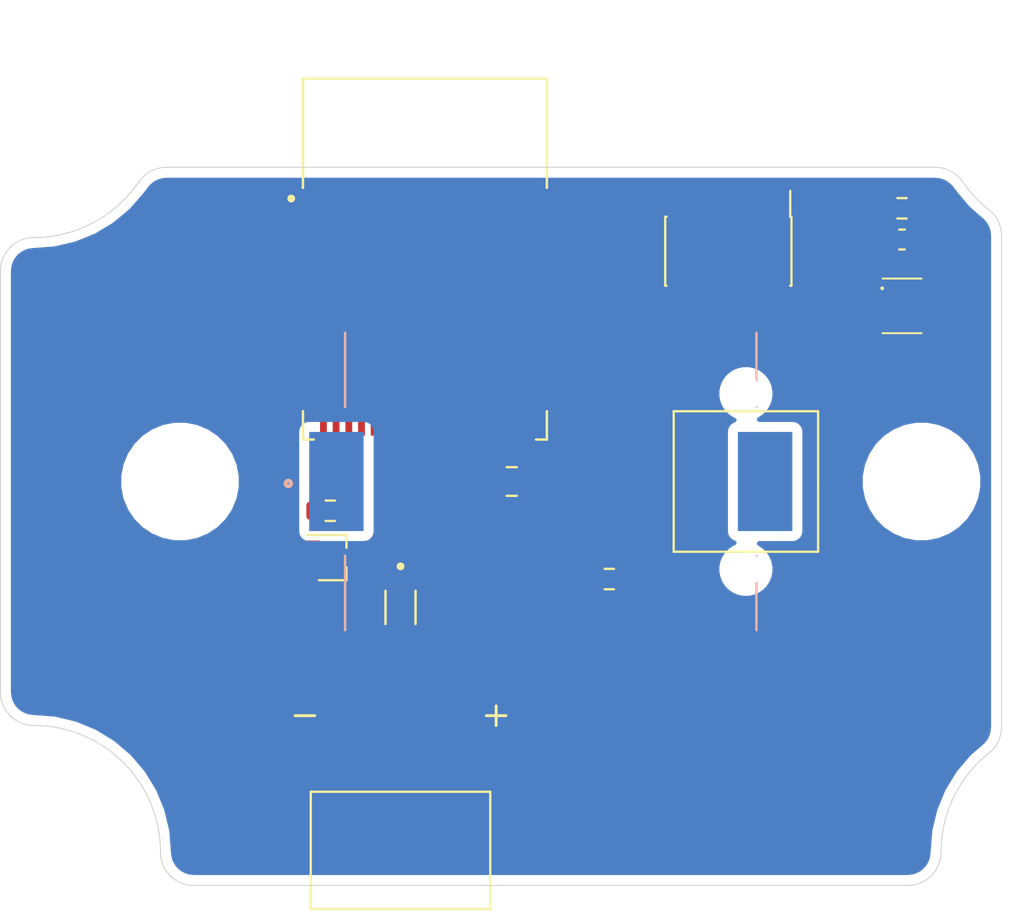
<source format=kicad_pcb>
(kicad_pcb (version 20171130) (host pcbnew 5.1.7-a382d34a8~88~ubuntu18.04.1)

  (general
    (thickness 1.6)
    (drawings 31)
    (tracks 10)
    (zones 0)
    (modules 16)
    (nets 61)
  )

  (page A4)
  (layers
    (0 F.Cu signal)
    (31 B.Cu signal hide)
    (32 B.Adhes user hide)
    (33 F.Adhes user hide)
    (34 B.Paste user hide)
    (35 F.Paste user hide)
    (36 B.SilkS user hide)
    (37 F.SilkS user)
    (38 B.Mask user hide)
    (39 F.Mask user)
    (40 Dwgs.User user hide)
    (41 Cmts.User user hide)
    (42 Eco1.User user hide)
    (43 Eco2.User user hide)
    (44 Edge.Cuts user)
    (45 Margin user)
    (46 B.CrtYd user hide)
    (47 F.CrtYd user)
    (48 B.Fab user hide)
    (49 F.Fab user hide)
  )

  (setup
    (last_trace_width 0.25)
    (user_trace_width 0.5)
    (user_trace_width 1)
    (trace_clearance 0.2)
    (zone_clearance 0.508)
    (zone_45_only no)
    (trace_min 0.2)
    (via_size 0.8)
    (via_drill 0.4)
    (via_min_size 0.4)
    (via_min_drill 0.3)
    (user_via 0.6 0.3)
    (uvia_size 0.3)
    (uvia_drill 0.1)
    (uvias_allowed no)
    (uvia_min_size 0.2)
    (uvia_min_drill 0.1)
    (edge_width 0.05)
    (segment_width 0.2)
    (pcb_text_width 0.3)
    (pcb_text_size 1.5 1.5)
    (mod_edge_width 0.12)
    (mod_text_size 1 1)
    (mod_text_width 0.15)
    (pad_size 1.524 1.524)
    (pad_drill 0.762)
    (pad_to_mask_clearance 0)
    (aux_axis_origin 0 0)
    (grid_origin 58.2 50.7)
    (visible_elements FFFFFF7F)
    (pcbplotparams
      (layerselection 0x010fc_ffffffff)
      (usegerberextensions false)
      (usegerberattributes true)
      (usegerberadvancedattributes true)
      (creategerberjobfile true)
      (excludeedgelayer true)
      (linewidth 0.100000)
      (plotframeref false)
      (viasonmask false)
      (mode 1)
      (useauxorigin false)
      (hpglpennumber 1)
      (hpglpenspeed 20)
      (hpglpendiameter 15.000000)
      (psnegative false)
      (psa4output false)
      (plotreference true)
      (plotvalue true)
      (plotinvisibletext false)
      (padsonsilk false)
      (subtractmaskfromsilk false)
      (outputformat 1)
      (mirror false)
      (drillshape 1)
      (scaleselection 1)
      (outputdirectory ""))
  )

  (net 0 "")
  (net 1 GND)
  (net 2 VDD)
  (net 3 /~RESET)
  (net 4 "Net-(D1-Pad1)")
  (net 5 "Net-(D1-Pad2)")
  (net 6 /RX)
  (net 7 "Net-(J1-Pad7)")
  (net 8 /TX)
  (net 9 /SWCLK)
  (net 10 /SWDIO)
  (net 11 /WATER_PROBE)
  (net 12 /BUZZER)
  (net 13 "Net-(U1-Pad60)")
  (net 14 "Net-(U1-Pad59)")
  (net 15 "Net-(U1-Pad58)")
  (net 16 "Net-(U1-Pad57)")
  (net 17 "Net-(U1-Pad56)")
  (net 18 "Net-(U1-Pad55)")
  (net 19 "Net-(U1-Pad54)")
  (net 20 "Net-(U1-Pad53)")
  (net 21 "Net-(U1-Pad52)")
  (net 22 "Net-(U1-Pad51)")
  (net 23 "Net-(U1-Pad46)")
  (net 24 "Net-(U1-Pad45)")
  (net 25 "Net-(U1-Pad44)")
  (net 26 "Net-(U1-Pad43)")
  (net 27 "Net-(U1-Pad42)")
  (net 28 "Net-(U1-Pad41)")
  (net 29 "Net-(U1-Pad40)")
  (net 30 "Net-(U1-Pad39)")
  (net 31 "Net-(U1-Pad38)")
  (net 32 "Net-(U1-Pad37)")
  (net 33 "Net-(U1-Pad36)")
  (net 34 "Net-(U1-Pad35)")
  (net 35 "Net-(U1-Pad33)")
  (net 36 "Net-(U1-Pad30)")
  (net 37 "Net-(U1-Pad29)")
  (net 38 "Net-(U1-Pad27)")
  (net 39 "Net-(U1-Pad26)")
  (net 40 "Net-(U1-Pad25)")
  (net 41 "Net-(U1-Pad24)")
  (net 42 "Net-(U1-Pad23)")
  (net 43 "Net-(U1-Pad22)")
  (net 44 "Net-(U1-Pad21)")
  (net 45 "Net-(U1-Pad19)")
  (net 46 "Net-(U1-Pad17)")
  (net 47 "Net-(U1-Pad16)")
  (net 48 "Net-(U1-Pad15)")
  (net 49 "Net-(U1-Pad14)")
  (net 50 "Net-(U1-Pad13)")
  (net 51 "Net-(U1-Pad12)")
  (net 52 "Net-(U1-Pad11)")
  (net 53 "Net-(U1-Pad10)")
  (net 54 "Net-(U1-Pad8)")
  (net 55 "Net-(U1-Pad7)")
  (net 56 "Net-(U1-Pad6)")
  (net 57 "Net-(U1-Pad5)")
  (net 58 "Net-(U1-Pad4)")
  (net 59 "Net-(U1-Pad3)")
  (net 60 "Net-(U1-Pad2)")

  (net_class Default "This is the default net class."
    (clearance 0.2)
    (trace_width 0.25)
    (via_dia 0.8)
    (via_drill 0.4)
    (uvia_dia 0.3)
    (uvia_drill 0.1)
    (add_net /BUZZER)
    (add_net /RX)
    (add_net /SWCLK)
    (add_net /SWDIO)
    (add_net /TX)
    (add_net /WATER_PROBE)
    (add_net /~RESET)
    (add_net GND)
    (add_net "Net-(D1-Pad1)")
    (add_net "Net-(D1-Pad2)")
    (add_net "Net-(J1-Pad7)")
    (add_net "Net-(U1-Pad10)")
    (add_net "Net-(U1-Pad11)")
    (add_net "Net-(U1-Pad12)")
    (add_net "Net-(U1-Pad13)")
    (add_net "Net-(U1-Pad14)")
    (add_net "Net-(U1-Pad15)")
    (add_net "Net-(U1-Pad16)")
    (add_net "Net-(U1-Pad17)")
    (add_net "Net-(U1-Pad19)")
    (add_net "Net-(U1-Pad2)")
    (add_net "Net-(U1-Pad21)")
    (add_net "Net-(U1-Pad22)")
    (add_net "Net-(U1-Pad23)")
    (add_net "Net-(U1-Pad24)")
    (add_net "Net-(U1-Pad25)")
    (add_net "Net-(U1-Pad26)")
    (add_net "Net-(U1-Pad27)")
    (add_net "Net-(U1-Pad29)")
    (add_net "Net-(U1-Pad3)")
    (add_net "Net-(U1-Pad30)")
    (add_net "Net-(U1-Pad33)")
    (add_net "Net-(U1-Pad35)")
    (add_net "Net-(U1-Pad36)")
    (add_net "Net-(U1-Pad37)")
    (add_net "Net-(U1-Pad38)")
    (add_net "Net-(U1-Pad39)")
    (add_net "Net-(U1-Pad4)")
    (add_net "Net-(U1-Pad40)")
    (add_net "Net-(U1-Pad41)")
    (add_net "Net-(U1-Pad42)")
    (add_net "Net-(U1-Pad43)")
    (add_net "Net-(U1-Pad44)")
    (add_net "Net-(U1-Pad45)")
    (add_net "Net-(U1-Pad46)")
    (add_net "Net-(U1-Pad5)")
    (add_net "Net-(U1-Pad51)")
    (add_net "Net-(U1-Pad52)")
    (add_net "Net-(U1-Pad53)")
    (add_net "Net-(U1-Pad54)")
    (add_net "Net-(U1-Pad55)")
    (add_net "Net-(U1-Pad56)")
    (add_net "Net-(U1-Pad57)")
    (add_net "Net-(U1-Pad58)")
    (add_net "Net-(U1-Pad59)")
    (add_net "Net-(U1-Pad6)")
    (add_net "Net-(U1-Pad60)")
    (add_net "Net-(U1-Pad7)")
    (add_net "Net-(U1-Pad8)")
    (add_net VDD)
  )

  (module BK-912:MPD_BK-912-TR (layer B.Cu) (tedit 63758080) (tstamp 63758B34)
    (at 58.2 50.7)
    (path /6407499C)
    (fp_text reference BT1 (at -8.725 10.135) (layer B.Fab)
      (effects (font (size 1 1) (thickness 0.15)) (justify mirror))
    )
    (fp_text value BK-912-TR (at -3.745 -10.065) (layer B.Fab)
      (effects (font (size 1 1) (thickness 0.15)) (justify mirror))
    )
    (fp_line (start -10.54 3.81) (end -10.54 7.62) (layer B.SilkS) (width 0.127))
    (fp_line (start -10.54 7.62) (end 10.54 7.62) (layer B.Fab) (width 0.127))
    (fp_line (start 10.54 7.62) (end 10.54 3.81) (layer B.SilkS) (width 0.127))
    (fp_line (start 10.54 7.62) (end 10.54 -7.62) (layer B.Fab) (width 0.127))
    (fp_line (start 10.54 -3.81) (end 10.54 -7.62) (layer B.SilkS) (width 0.127))
    (fp_line (start 10.54 -7.62) (end -10.54 -7.62) (layer B.Fab) (width 0.127))
    (fp_line (start -10.54 -7.62) (end -10.54 -3.81) (layer B.SilkS) (width 0.127))
    (fp_line (start -10.54 -7.62) (end -10.54 7.62) (layer B.Fab) (width 0.127))
    (fp_line (start -11.25 9.14) (end 11.25 9.14) (layer B.CrtYd) (width 0.05))
    (fp_line (start 11.25 9.14) (end 11.25 2.8) (layer B.CrtYd) (width 0.05))
    (fp_line (start 11.25 2.8) (end 12.625 2.8) (layer B.CrtYd) (width 0.05))
    (fp_line (start 12.625 2.8) (end 12.625 -2.8) (layer B.CrtYd) (width 0.05))
    (fp_line (start 12.625 -2.8) (end 11.25 -2.8) (layer B.CrtYd) (width 0.05))
    (fp_line (start 11.25 -2.8) (end 11.25 -9.14) (layer B.CrtYd) (width 0.05))
    (fp_line (start 11.25 -9.14) (end -11.25 -9.14) (layer B.CrtYd) (width 0.05))
    (fp_line (start -11.25 -9.14) (end -11.25 -2.8) (layer B.CrtYd) (width 0.05))
    (fp_line (start -11.25 -2.8) (end -12.625 -2.8) (layer B.CrtYd) (width 0.05))
    (fp_line (start -12.625 -2.8) (end -12.625 2.8) (layer B.CrtYd) (width 0.05))
    (fp_line (start -12.625 2.8) (end -11.25 2.8) (layer B.CrtYd) (width 0.05))
    (fp_line (start -11.25 2.8) (end -11.25 9.14) (layer B.CrtYd) (width 0.05))
    (fp_circle (center -13.45 0.1) (end -13.308581 0.1) (layer B.SilkS) (width 0.2))
    (fp_circle (center -13.45 0.1) (end -13.308581 0.1) (layer B.Fab) (width 0.2))
    (pad 2 smd circle (at 0 0) (size 17.78 17.78) (layers B.Cu B.Paste B.Mask)
      (net 1 GND))
    (pad 1 smd rect (at 10.985 0) (size 2.79 5.08) (layers B.Cu B.Paste B.Mask)
      (net 2 VDD))
    (pad 1 smd rect (at -10.985 0) (size 2.79 5.08) (layers B.Cu B.Paste B.Mask)
      (net 2 VDD))
    (model ${KIPRJMOD}/kicad-library/BK-912/BK-912-TR.step
      (offset (xyz 0 0 4.3))
      (scale (xyz 1 1 1))
      (rotate (xyz -90 0 0))
    )
  )

  (module PKM13EPYH4000-A0:SPKR_PKM13EPYH4000-A0_SMD (layer F.Cu) (tedit 6371ADDC) (tstamp 6374553D)
    (at 50.5 62.7)
    (path /6372EE2A)
    (fp_text reference LS1 (at 0 -4.2) (layer F.Fab)
      (effects (font (size 1 1) (thickness 0.15)))
    )
    (fp_text value PKM13EPYH4000-A0 (at 10.005 7.755) (layer F.Fab)
      (effects (font (size 1 1) (thickness 0.15)))
    )
    (fp_text user + (at 4.9 -0.1) (layer F.SilkS)
      (effects (font (size 1.32 1.32) (thickness 0.15)))
    )
    (fp_text user + (at 4.9 -0.1) (layer F.Fab)
      (effects (font (size 1.32 1.32) (thickness 0.15)))
    )
    (fp_text user - (at -4.9 -0.1) (layer F.SilkS)
      (effects (font (size 1.32 1.32) (thickness 0.15)))
    )
    (fp_line (start -4.6 3.9) (end 4.6 3.9) (layer F.SilkS) (width 0.12))
    (fp_line (start 4.6 9.9) (end -4.6 9.9) (layer F.SilkS) (width 0.12))
    (fp_line (start -4.6 3.9) (end -4.6 9.9) (layer F.SilkS) (width 0.12))
    (fp_line (start 4.6 3.9) (end 4.6 9.9) (layer F.SilkS) (width 0.12))
    (fp_line (start -4.6 3.9) (end 4.6 3.9) (layer F.Fab) (width 0.12))
    (fp_line (start 4.6 3.9) (end 4.6 9.9) (layer F.Fab) (width 0.12))
    (fp_line (start 4.6 9.9) (end -4.6 9.9) (layer F.Fab) (width 0.12))
    (fp_line (start -4.6 9.9) (end -4.6 3.9) (layer F.Fab) (width 0.12))
    (fp_line (start -4.9 3.6) (end 4.9 3.6) (layer F.CrtYd) (width 0.05))
    (fp_line (start 4.9 3.6) (end 4.9 10.2) (layer F.CrtYd) (width 0.05))
    (fp_line (start 4.9 10.2) (end -4.9 10.2) (layer F.CrtYd) (width 0.05))
    (fp_line (start -4.9 10.2) (end -4.9 3.6) (layer F.CrtYd) (width 0.05))
    (pad P smd roundrect (at 2.5 0) (size 2.5 5) (layers F.Cu F.Paste F.Mask) (roundrect_rratio 0.25)
      (net 2 VDD))
    (pad N smd roundrect (at -2.5 0) (size 2.5 5) (layers F.Cu F.Paste F.Mask) (roundrect_rratio 0.25)
      (net 5 "Net-(D1-Pad2)"))
    (model ${KIPRJMOD}/kicad-library/PKM13EPYH4000-A0/PKM13EPYH4000-A0.step
      (offset (xyz 0 -3 4.3))
      (scale (xyz 1 1 1))
      (rotate (xyz -180 0 0))
    )
  )

  (module MS88SF3_NRF52840:MODULE_MS88SF3_NRF52840 (layer F.Cu) (tedit 63075DCD) (tstamp 63744E11)
    (at 51.75 39.3)
    (path /632BAEEC)
    (fp_text reference U1 (at -3.325 10.635) (layer F.Fab)
      (effects (font (size 1 1) (thickness 0.15)))
    )
    (fp_text value MS88SF3_NRF52840 (at 7.855 12.385) (layer F.Fab)
      (effects (font (size 1 1) (thickness 0.15)))
    )
    (fp_line (start 10.25 -4.7) (end 6.5 -4.7) (layer F.CrtYd) (width 0.05))
    (fp_line (start 10.25 -13.25) (end 10.25 -4.7) (layer F.CrtYd) (width 0.05))
    (fp_line (start -10.25 -13.25) (end 10.25 -13.25) (layer F.CrtYd) (width 0.05))
    (fp_line (start -10.25 -4.7) (end -10.25 -13.25) (layer F.CrtYd) (width 0.05))
    (fp_line (start -6.5 -4.7) (end -10.25 -4.7) (layer F.CrtYd) (width 0.05))
    (fp_circle (center -6.85 -3.1) (end -6.75 -3.1) (layer F.Fab) (width 0.2))
    (fp_circle (center -6.85 -3.1) (end -6.75 -3.1) (layer F.SilkS) (width 0.2))
    (fp_line (start 6.5 9.5) (end 6.5 -4.7) (layer F.CrtYd) (width 0.05))
    (fp_line (start -6.5 9.5) (end 6.5 9.5) (layer F.CrtYd) (width 0.05))
    (fp_line (start -6.5 -4.7) (end -6.5 9.5) (layer F.CrtYd) (width 0.05))
    (fp_line (start -6.25 -9.25) (end 6.25 -9.25) (layer F.SilkS) (width 0.127))
    (fp_line (start -6.25 9.25) (end -6.25 7.8) (layer F.SilkS) (width 0.127))
    (fp_line (start -6.25 -3.65) (end -6.25 -9.25) (layer F.SilkS) (width 0.127))
    (fp_line (start 6.25 9.25) (end 5.695 9.25) (layer F.SilkS) (width 0.127))
    (fp_line (start -5.695 9.25) (end -6.25 9.25) (layer F.SilkS) (width 0.127))
    (fp_line (start 6.25 9.25) (end 6.25 7.8) (layer F.SilkS) (width 0.127))
    (fp_line (start 6.25 -9.25) (end 6.25 -3.65) (layer F.SilkS) (width 0.127))
    (fp_line (start -6.25 -4.7) (end -6.25 -9.25) (layer F.Fab) (width 0.127))
    (fp_poly (pts (xy -6.25 -9.25) (xy 6.25 -9.25) (xy 6.25 -4.7) (xy -6.25 -4.7)) (layer Dwgs.User) (width 0.01))
    (fp_poly (pts (xy -6.25 -9.25) (xy 6.25 -9.25) (xy 6.25 -4.7) (xy -6.25 -4.7)) (layer Dwgs.User) (width 0.01))
    (fp_poly (pts (xy -6.25 -9.25) (xy 6.25 -9.25) (xy 6.25 -4.7) (xy -6.25 -4.7)) (layer Dwgs.User) (width 0.01))
    (fp_line (start -6.25 9.25) (end -6.25 -4.7) (layer F.Fab) (width 0.127))
    (fp_line (start 6.25 9.25) (end -6.25 9.25) (layer F.Fab) (width 0.127))
    (fp_line (start 6.25 -4.7) (end 6.25 9.25) (layer F.Fab) (width 0.127))
    (fp_line (start 6.25 -9.25) (end 6.25 -4.7) (layer F.Fab) (width 0.127))
    (fp_line (start -6.25 -9.25) (end 6.25 -9.25) (layer F.Fab) (width 0.127))
    (pad 63 smd rect (at -1.55 3.25) (size 1.3 1.8) (layers F.Cu F.Paste F.Mask)
      (net 1 GND))
    (pad 62 smd rect (at 1.25 3.25) (size 1.3 1.8) (layers F.Cu F.Paste F.Mask)
      (net 1 GND))
    (pad 61 smd rect (at 1.25 0.4) (size 1.3 1.8) (layers F.Cu F.Paste F.Mask)
      (net 1 GND))
    (pad 64 smd rect (at -1.55 0.4) (size 1.3 1.8) (layers F.Cu F.Paste F.Mask)
      (net 1 GND))
    (pad 60 smd rect (at 3.9 0.15) (size 1.1 0.35) (layers F.Cu F.Paste F.Mask)
      (net 13 "Net-(U1-Pad60)"))
    (pad 59 smd rect (at 3.9 -0.5) (size 1.1 0.35) (layers F.Cu F.Paste F.Mask)
      (net 14 "Net-(U1-Pad59)"))
    (pad 58 smd rect (at 3.9 -1.15) (size 1.1 0.35) (layers F.Cu F.Paste F.Mask)
      (net 15 "Net-(U1-Pad58)"))
    (pad 57 smd rect (at 3.9 -1.8) (size 1.1 0.35) (layers F.Cu F.Paste F.Mask)
      (net 16 "Net-(U1-Pad57)"))
    (pad 56 smd rect (at 1.95 -3) (size 0.35 1.1) (layers F.Cu F.Paste F.Mask)
      (net 17 "Net-(U1-Pad56)"))
    (pad 55 smd rect (at 2.6 -3) (size 0.35 1.1) (layers F.Cu F.Paste F.Mask)
      (net 18 "Net-(U1-Pad55)"))
    (pad 54 smd rect (at 3.25 -3) (size 0.35 1.1) (layers F.Cu F.Paste F.Mask)
      (net 19 "Net-(U1-Pad54)"))
    (pad 53 smd rect (at 3.9 -3) (size 0.35 1.1) (layers F.Cu F.Paste F.Mask)
      (net 20 "Net-(U1-Pad53)"))
    (pad 52 smd rect (at 4.5 -3) (size 0.35 1.1) (layers F.Cu F.Paste F.Mask)
      (net 21 "Net-(U1-Pad52)"))
    (pad 51 smd rect (at 5.6 -3.1) (size 1.1 0.35) (layers F.Cu F.Paste F.Mask)
      (net 22 "Net-(U1-Pad51)"))
    (pad 50 smd rect (at 5.6 -2.45) (size 1.1 0.35) (layers F.Cu F.Paste F.Mask)
      (net 9 /SWCLK))
    (pad 49 smd rect (at 5.6 -1.8) (size 1.1 0.35) (layers F.Cu F.Paste F.Mask)
      (net 10 /SWDIO))
    (pad 48 smd rect (at 5.6 -1.15) (size 1.1 0.35) (layers F.Cu F.Paste F.Mask)
      (net 6 /RX))
    (pad 47 smd rect (at 5.6 -0.5) (size 1.1 0.35) (layers F.Cu F.Paste F.Mask)
      (net 8 /TX))
    (pad 46 smd rect (at 5.6 0.15) (size 1.1 0.35) (layers F.Cu F.Paste F.Mask)
      (net 23 "Net-(U1-Pad46)"))
    (pad 45 smd rect (at 5.6 0.8) (size 1.1 0.35) (layers F.Cu F.Paste F.Mask)
      (net 24 "Net-(U1-Pad45)"))
    (pad 44 smd rect (at 5.6 1.45) (size 1.1 0.35) (layers F.Cu F.Paste F.Mask)
      (net 25 "Net-(U1-Pad44)"))
    (pad 43 smd rect (at 5.6 2.1) (size 1.1 0.35) (layers F.Cu F.Paste F.Mask)
      (net 26 "Net-(U1-Pad43)"))
    (pad 42 smd rect (at 5.6 2.75) (size 1.1 0.35) (layers F.Cu F.Paste F.Mask)
      (net 27 "Net-(U1-Pad42)"))
    (pad 41 smd rect (at 5.6 3.4) (size 1.1 0.35) (layers F.Cu F.Paste F.Mask)
      (net 28 "Net-(U1-Pad41)"))
    (pad 40 smd rect (at 5.6 4.05) (size 1.1 0.35) (layers F.Cu F.Paste F.Mask)
      (net 29 "Net-(U1-Pad40)"))
    (pad 39 smd rect (at 5.6 4.7) (size 1.1 0.35) (layers F.Cu F.Paste F.Mask)
      (net 30 "Net-(U1-Pad39)"))
    (pad 38 smd rect (at 5.6 5.35) (size 1.1 0.35) (layers F.Cu F.Paste F.Mask)
      (net 31 "Net-(U1-Pad38)"))
    (pad 37 smd rect (at 5.6 6) (size 1.1 0.35) (layers F.Cu F.Paste F.Mask)
      (net 32 "Net-(U1-Pad37)"))
    (pad 36 smd rect (at 5.6 6.65) (size 1.1 0.35) (layers F.Cu F.Paste F.Mask)
      (net 33 "Net-(U1-Pad36)"))
    (pad 35 smd rect (at 5.6 7.3) (size 1.1 0.35) (layers F.Cu F.Paste F.Mask)
      (net 34 "Net-(U1-Pad35)"))
    (pad 34 smd rect (at 5.2 8.5) (size 0.35 1.1) (layers F.Cu F.Paste F.Mask)
      (net 1 GND))
    (pad 33 smd rect (at 4.55 8.5) (size 0.35 1.1) (layers F.Cu F.Paste F.Mask)
      (net 35 "Net-(U1-Pad33)"))
    (pad 32 smd rect (at 3.9 8.5) (size 0.35 1.1) (layers F.Cu F.Paste F.Mask)
      (net 2 VDD))
    (pad 31 smd rect (at 3.25 8.5) (size 0.35 1.1) (layers F.Cu F.Paste F.Mask)
      (net 2 VDD))
    (pad 30 smd rect (at 2.6 8.5) (size 0.35 1.1) (layers F.Cu F.Paste F.Mask)
      (net 36 "Net-(U1-Pad30)"))
    (pad 29 smd rect (at 1.95 8.5) (size 0.35 1.1) (layers F.Cu F.Paste F.Mask)
      (net 37 "Net-(U1-Pad29)"))
    (pad 28 smd rect (at 1.3 8.5) (size 0.35 1.1) (layers F.Cu F.Paste F.Mask)
      (net 3 /~RESET))
    (pad 27 smd rect (at 0.65 8.5) (size 0.35 1.1) (layers F.Cu F.Paste F.Mask)
      (net 38 "Net-(U1-Pad27)"))
    (pad 26 smd rect (at 0 8.5) (size 0.35 1.1) (layers F.Cu F.Paste F.Mask)
      (net 39 "Net-(U1-Pad26)"))
    (pad 25 smd rect (at -0.65 8.5) (size 0.35 1.1) (layers F.Cu F.Paste F.Mask)
      (net 40 "Net-(U1-Pad25)"))
    (pad 24 smd rect (at -1.3 8.5) (size 0.35 1.1) (layers F.Cu F.Paste F.Mask)
      (net 41 "Net-(U1-Pad24)"))
    (pad 23 smd rect (at -1.95 8.5) (size 0.35 1.1) (layers F.Cu F.Paste F.Mask)
      (net 42 "Net-(U1-Pad23)"))
    (pad 22 smd rect (at -2.6 8.5) (size 0.35 1.1) (layers F.Cu F.Paste F.Mask)
      (net 43 "Net-(U1-Pad22)"))
    (pad 21 smd rect (at -3.25 8.5) (size 0.35 1.1) (layers F.Cu F.Paste F.Mask)
      (net 44 "Net-(U1-Pad21)"))
    (pad 20 smd rect (at -3.9 8.5) (size 0.35 1.1) (layers F.Cu F.Paste F.Mask)
      (net 12 /BUZZER))
    (pad 19 smd rect (at -4.55 8.5) (size 0.35 1.1) (layers F.Cu F.Paste F.Mask)
      (net 45 "Net-(U1-Pad19)"))
    (pad 18 smd rect (at -5.2 8.5) (size 0.35 1.1) (layers F.Cu F.Paste F.Mask)
      (net 1 GND))
    (pad 17 smd rect (at -5.6 7.3) (size 1.1 0.35) (layers F.Cu F.Paste F.Mask)
      (net 46 "Net-(U1-Pad17)"))
    (pad 16 smd rect (at -5.6 6.65) (size 1.1 0.35) (layers F.Cu F.Paste F.Mask)
      (net 47 "Net-(U1-Pad16)"))
    (pad 15 smd rect (at -5.6 6) (size 1.1 0.35) (layers F.Cu F.Paste F.Mask)
      (net 48 "Net-(U1-Pad15)"))
    (pad 14 smd rect (at -5.6 5.35) (size 1.1 0.35) (layers F.Cu F.Paste F.Mask)
      (net 49 "Net-(U1-Pad14)"))
    (pad 13 smd rect (at -5.6 4.7) (size 1.1 0.35) (layers F.Cu F.Paste F.Mask)
      (net 50 "Net-(U1-Pad13)"))
    (pad 12 smd rect (at -5.6 4.05) (size 1.1 0.35) (layers F.Cu F.Paste F.Mask)
      (net 51 "Net-(U1-Pad12)"))
    (pad 11 smd rect (at -5.6 3.4) (size 1.1 0.35) (layers F.Cu F.Paste F.Mask)
      (net 52 "Net-(U1-Pad11)"))
    (pad 10 smd rect (at -5.6 2.75) (size 1.1 0.35) (layers F.Cu F.Paste F.Mask)
      (net 53 "Net-(U1-Pad10)"))
    (pad 9 smd rect (at -5.6 2.1) (size 1.1 0.35) (layers F.Cu F.Paste F.Mask)
      (net 11 /WATER_PROBE))
    (pad 8 smd rect (at -5.6 1.45) (size 1.1 0.35) (layers F.Cu F.Paste F.Mask)
      (net 54 "Net-(U1-Pad8)"))
    (pad 7 smd rect (at -5.6 0.8) (size 1.1 0.35) (layers F.Cu F.Paste F.Mask)
      (net 55 "Net-(U1-Pad7)"))
    (pad 6 smd rect (at -5.6 0.15) (size 1.1 0.35) (layers F.Cu F.Paste F.Mask)
      (net 56 "Net-(U1-Pad6)"))
    (pad 5 smd rect (at -5.6 -0.5) (size 1.1 0.35) (layers F.Cu F.Paste F.Mask)
      (net 57 "Net-(U1-Pad5)"))
    (pad 4 smd rect (at -5.6 -1.15) (size 1.1 0.35) (layers F.Cu F.Paste F.Mask)
      (net 58 "Net-(U1-Pad4)"))
    (pad 3 smd rect (at -5.6 -1.8) (size 1.1 0.35) (layers F.Cu F.Paste F.Mask)
      (net 59 "Net-(U1-Pad3)"))
    (pad 2 smd rect (at -5.6 -2.45) (size 1.1 0.35) (layers F.Cu F.Paste F.Mask)
      (net 60 "Net-(U1-Pad2)"))
    (pad 1 smd rect (at -5.6 -3.1) (size 1.1 0.35) (layers F.Cu F.Paste F.Mask)
      (net 1 GND))
    (model ${KIPRJMOD}/kicad-library/MS88SF3_NRF52840/MS88SF3_NRF52840.step
      (at (xyz 0 0 0))
      (scale (xyz 1 1 1))
      (rotate (xyz -90 0 0))
    )
  )

  (module 435151014824:435151014824 (layer F.Cu) (tedit 6306B8AF) (tstamp 63744DB3)
    (at 76.2 41.7)
    (descr "<b>WS-TASV</b><br> SMT Tact Switch 3.0 x 2.6 mm with ground terminal")
    (path /63271893)
    (fp_text reference S1 (at -0.1 -2.2048) (layer F.Fab)
      (effects (font (size 1 1) (thickness 0.15)))
    )
    (fp_text value 435151014824 (at 0 2.54) (layer F.Fab)
      (effects (font (size 1 1) (thickness 0.15)))
    )
    (fp_line (start -1.5 -1.3) (end 1.5 -1.3) (layer F.Fab) (width 0.1))
    (fp_line (start 1.5 -1.3) (end 1.5 1.3) (layer F.Fab) (width 0.1))
    (fp_line (start 1.5 1.3) (end -1.5 1.3) (layer F.Fab) (width 0.1))
    (fp_line (start -1.5 1.3) (end -1.5 -1.3) (layer F.Fab) (width 0.1))
    (fp_line (start -1 -1.4) (end 1 -1.4) (layer F.SilkS) (width 0.1))
    (fp_line (start -1 1.4) (end 1 1.4) (layer F.SilkS) (width 0.1))
    (fp_circle (center -1.016 -0.9) (end -0.966 -0.9) (layer F.SilkS) (width 0.1))
    (pad 1 smd rect (at -1.575 -0.85) (size 0.65 0.6) (layers F.Cu F.Paste F.Mask)
      (net 3 /~RESET))
    (pad 2 smd rect (at 1.575 -0.85) (size 0.65 0.6) (layers F.Cu F.Paste F.Mask)
      (net 3 /~RESET))
    (pad 3 smd rect (at -1.575 0.85) (size 0.65 0.6) (layers F.Cu F.Paste F.Mask)
      (net 1 GND))
    (pad 4 smd rect (at 1.575 0.85) (size 0.65 0.6) (layers F.Cu F.Paste F.Mask)
      (net 1 GND))
    (pad 5 smd rect (at -1.725 0) (size 0.35 0.7) (layers F.Cu F.Paste F.Mask)
      (net 1 GND))
    (pad 6 smd rect (at 1.725 0) (size 0.35 0.7) (layers F.Cu F.Paste F.Mask)
      (net 1 GND))
  )

  (module Resistor_SMD:R_0603_1608Metric (layer F.Cu) (tedit 5F68FEEE) (tstamp 63744DA2)
    (at 61.2 55.7)
    (descr "Resistor SMD 0603 (1608 Metric), square (rectangular) end terminal, IPC_7351 nominal, (Body size source: IPC-SM-782 page 72, https://www.pcb-3d.com/wordpress/wp-content/uploads/ipc-sm-782a_amendment_1_and_2.pdf), generated with kicad-footprint-generator")
    (tags resistor)
    (path /63F7A9F2)
    (attr smd)
    (fp_text reference R3 (at 0 -1.43) (layer F.SilkS) hide
      (effects (font (size 1 1) (thickness 0.15)))
    )
    (fp_text value 10k (at 0 1.43) (layer F.Fab)
      (effects (font (size 1 1) (thickness 0.15)))
    )
    (fp_text user %R (at 0 0) (layer F.Fab)
      (effects (font (size 0.4 0.4) (thickness 0.06)))
    )
    (fp_line (start -0.8 0.4125) (end -0.8 -0.4125) (layer F.Fab) (width 0.1))
    (fp_line (start -0.8 -0.4125) (end 0.8 -0.4125) (layer F.Fab) (width 0.1))
    (fp_line (start 0.8 -0.4125) (end 0.8 0.4125) (layer F.Fab) (width 0.1))
    (fp_line (start 0.8 0.4125) (end -0.8 0.4125) (layer F.Fab) (width 0.1))
    (fp_line (start -0.237258 -0.5225) (end 0.237258 -0.5225) (layer F.SilkS) (width 0.12))
    (fp_line (start -0.237258 0.5225) (end 0.237258 0.5225) (layer F.SilkS) (width 0.12))
    (fp_line (start -1.48 0.73) (end -1.48 -0.73) (layer F.CrtYd) (width 0.05))
    (fp_line (start -1.48 -0.73) (end 1.48 -0.73) (layer F.CrtYd) (width 0.05))
    (fp_line (start 1.48 -0.73) (end 1.48 0.73) (layer F.CrtYd) (width 0.05))
    (fp_line (start 1.48 0.73) (end -1.48 0.73) (layer F.CrtYd) (width 0.05))
    (pad 2 smd roundrect (at 0.825 0) (size 0.8 0.95) (layers F.Cu F.Paste F.Mask) (roundrect_rratio 0.25)
      (net 11 /WATER_PROBE))
    (pad 1 smd roundrect (at -0.825 0) (size 0.8 0.95) (layers F.Cu F.Paste F.Mask) (roundrect_rratio 0.25)
      (net 2 VDD))
    (model ${KISYS3DMOD}/Resistor_SMD.3dshapes/R_0603_1608Metric.wrl
      (at (xyz 0 0 0))
      (scale (xyz 1 1 1))
      (rotate (xyz 0 0 0))
    )
  )

  (module Resistor_SMD:R_0603_1608Metric (layer F.Cu) (tedit 5F68FEEE) (tstamp 637593B7)
    (at 46.9 52.2)
    (descr "Resistor SMD 0603 (1608 Metric), square (rectangular) end terminal, IPC_7351 nominal, (Body size source: IPC-SM-782 page 72, https://www.pcb-3d.com/wordpress/wp-content/uploads/ipc-sm-782a_amendment_1_and_2.pdf), generated with kicad-footprint-generator")
    (tags resistor)
    (path /6388DC50)
    (attr smd)
    (fp_text reference R2 (at 0 -1.43) (layer F.SilkS) hide
      (effects (font (size 1 1) (thickness 0.15)))
    )
    (fp_text value 10k (at 0 1.43) (layer F.Fab)
      (effects (font (size 1 1) (thickness 0.15)))
    )
    (fp_text user %R (at 0 0) (layer F.Fab)
      (effects (font (size 0.4 0.4) (thickness 0.06)))
    )
    (fp_line (start -0.8 0.4125) (end -0.8 -0.4125) (layer F.Fab) (width 0.1))
    (fp_line (start -0.8 -0.4125) (end 0.8 -0.4125) (layer F.Fab) (width 0.1))
    (fp_line (start 0.8 -0.4125) (end 0.8 0.4125) (layer F.Fab) (width 0.1))
    (fp_line (start 0.8 0.4125) (end -0.8 0.4125) (layer F.Fab) (width 0.1))
    (fp_line (start -0.237258 -0.5225) (end 0.237258 -0.5225) (layer F.SilkS) (width 0.12))
    (fp_line (start -0.237258 0.5225) (end 0.237258 0.5225) (layer F.SilkS) (width 0.12))
    (fp_line (start -1.48 0.73) (end -1.48 -0.73) (layer F.CrtYd) (width 0.05))
    (fp_line (start -1.48 -0.73) (end 1.48 -0.73) (layer F.CrtYd) (width 0.05))
    (fp_line (start 1.48 -0.73) (end 1.48 0.73) (layer F.CrtYd) (width 0.05))
    (fp_line (start 1.48 0.73) (end -1.48 0.73) (layer F.CrtYd) (width 0.05))
    (pad 2 smd roundrect (at 0.825 0) (size 0.8 0.95) (layers F.Cu F.Paste F.Mask) (roundrect_rratio 0.25)
      (net 1 GND))
    (pad 1 smd roundrect (at -0.825 0) (size 0.8 0.95) (layers F.Cu F.Paste F.Mask) (roundrect_rratio 0.25)
      (net 12 /BUZZER))
    (model ${KISYS3DMOD}/Resistor_SMD.3dshapes/R_0603_1608Metric.wrl
      (at (xyz 0 0 0))
      (scale (xyz 1 1 1))
      (rotate (xyz 0 0 0))
    )
  )

  (module Resistor_SMD:R_0603_1608Metric (layer F.Cu) (tedit 5F68FEEE) (tstamp 63744D80)
    (at 76.2 36.7)
    (descr "Resistor SMD 0603 (1608 Metric), square (rectangular) end terminal, IPC_7351 nominal, (Body size source: IPC-SM-782 page 72, https://www.pcb-3d.com/wordpress/wp-content/uploads/ipc-sm-782a_amendment_1_and_2.pdf), generated with kicad-footprint-generator")
    (tags resistor)
    (path /630544FE)
    (attr smd)
    (fp_text reference R1 (at 0 -1.43) (layer F.SilkS) hide
      (effects (font (size 1 1) (thickness 0.15)))
    )
    (fp_text value 10k (at 0 1.43) (layer F.Fab)
      (effects (font (size 1 1) (thickness 0.15)))
    )
    (fp_text user %R (at 0 0) (layer F.Fab)
      (effects (font (size 0.4 0.4) (thickness 0.06)))
    )
    (fp_line (start -0.8 0.4125) (end -0.8 -0.4125) (layer F.Fab) (width 0.1))
    (fp_line (start -0.8 -0.4125) (end 0.8 -0.4125) (layer F.Fab) (width 0.1))
    (fp_line (start 0.8 -0.4125) (end 0.8 0.4125) (layer F.Fab) (width 0.1))
    (fp_line (start 0.8 0.4125) (end -0.8 0.4125) (layer F.Fab) (width 0.1))
    (fp_line (start -0.237258 -0.5225) (end 0.237258 -0.5225) (layer F.SilkS) (width 0.12))
    (fp_line (start -0.237258 0.5225) (end 0.237258 0.5225) (layer F.SilkS) (width 0.12))
    (fp_line (start -1.48 0.73) (end -1.48 -0.73) (layer F.CrtYd) (width 0.05))
    (fp_line (start -1.48 -0.73) (end 1.48 -0.73) (layer F.CrtYd) (width 0.05))
    (fp_line (start 1.48 -0.73) (end 1.48 0.73) (layer F.CrtYd) (width 0.05))
    (fp_line (start 1.48 0.73) (end -1.48 0.73) (layer F.CrtYd) (width 0.05))
    (pad 2 smd roundrect (at 0.825 0) (size 0.8 0.95) (layers F.Cu F.Paste F.Mask) (roundrect_rratio 0.25)
      (net 3 /~RESET))
    (pad 1 smd roundrect (at -0.825 0) (size 0.8 0.95) (layers F.Cu F.Paste F.Mask) (roundrect_rratio 0.25)
      (net 2 VDD))
    (model ${KISYS3DMOD}/Resistor_SMD.3dshapes/R_0603_1608Metric.wrl
      (at (xyz 0 0 0))
      (scale (xyz 1 1 1))
      (rotate (xyz 0 0 0))
    )
  )

  (module Package_TO_SOT_SMD:SOT-323_SC-70 (layer F.Cu) (tedit 5A02FF57) (tstamp 63744D6F)
    (at 47 54.6)
    (descr "SOT-323, SC-70")
    (tags "SOT-323 SC-70")
    (path /6387FC80)
    (attr smd)
    (fp_text reference Q1 (at -0.05 -1.95) (layer F.SilkS) hide
      (effects (font (size 1 1) (thickness 0.15)))
    )
    (fp_text value Q_NMOS_GSD (at -0.05 2.05) (layer F.Fab)
      (effects (font (size 1 1) (thickness 0.15)))
    )
    (fp_text user %R (at 0 0 90) (layer F.Fab)
      (effects (font (size 0.5 0.5) (thickness 0.075)))
    )
    (fp_line (start 0.73 0.5) (end 0.73 1.16) (layer F.SilkS) (width 0.12))
    (fp_line (start 0.73 -1.16) (end 0.73 -0.5) (layer F.SilkS) (width 0.12))
    (fp_line (start 1.7 1.3) (end -1.7 1.3) (layer F.CrtYd) (width 0.05))
    (fp_line (start 1.7 -1.3) (end 1.7 1.3) (layer F.CrtYd) (width 0.05))
    (fp_line (start -1.7 -1.3) (end 1.7 -1.3) (layer F.CrtYd) (width 0.05))
    (fp_line (start -1.7 1.3) (end -1.7 -1.3) (layer F.CrtYd) (width 0.05))
    (fp_line (start 0.73 -1.16) (end -1.3 -1.16) (layer F.SilkS) (width 0.12))
    (fp_line (start -0.68 1.16) (end 0.73 1.16) (layer F.SilkS) (width 0.12))
    (fp_line (start 0.67 -1.1) (end -0.18 -1.1) (layer F.Fab) (width 0.1))
    (fp_line (start -0.68 -0.6) (end -0.68 1.1) (layer F.Fab) (width 0.1))
    (fp_line (start 0.67 -1.1) (end 0.67 1.1) (layer F.Fab) (width 0.1))
    (fp_line (start 0.67 1.1) (end -0.68 1.1) (layer F.Fab) (width 0.1))
    (fp_line (start -0.18 -1.1) (end -0.68 -0.6) (layer F.Fab) (width 0.1))
    (pad 3 smd rect (at 1 0 270) (size 0.45 0.7) (layers F.Cu F.Paste F.Mask)
      (net 4 "Net-(D1-Pad1)"))
    (pad 2 smd rect (at -1 0.65 270) (size 0.45 0.7) (layers F.Cu F.Paste F.Mask)
      (net 1 GND))
    (pad 1 smd rect (at -1 -0.65 270) (size 0.45 0.7) (layers F.Cu F.Paste F.Mask)
      (net 12 /BUZZER))
    (model ${KISYS3DMOD}/Package_TO_SOT_SMD.3dshapes/SOT-323_SC-70.wrl
      (at (xyz 0 0 0))
      (scale (xyz 1 1 1))
      (rotate (xyz 0 0 0))
    )
  )

  (module 22R686MC:INDP7870X750 (layer F.Cu) (tedit 637012A8) (tstamp 63744D4D)
    (at 63.2 64.7)
    (path /638880E9)
    (fp_text reference L1 (at -1.970568 -5.413461) (layer F.Fab)
      (effects (font (size 0.640835 0.640835) (thickness 0.15)))
    )
    (fp_text value L (at 0.878468 5.604219) (layer F.Fab)
      (effects (font (size 0.641215 0.641215) (thickness 0.15)))
    )
    (pad 1 smd roundrect (at 0 -2.55) (size 7.5 2.9) (layers F.Cu F.Paste F.Mask) (roundrect_rratio 0.25)
      (net 5 "Net-(D1-Pad2)"))
    (pad 2 smd roundrect (at 0 2.55 180) (size 7.5 2.9) (layers F.Cu F.Paste F.Mask) (roundrect_rratio 0.25)
      (net 2 VDD))
    (model ${KIPRJMOD}/kicad-library/22R686MC/22R686MC.step
      (at (xyz 0 0 0))
      (scale (xyz 1 1 1))
      (rotate (xyz -90 0 0))
    )
  )

  (module TZ022101B000G:TZ022101B000G (layer F.Cu) (tedit 6363046F) (tstamp 63758EF6)
    (at 68.2 50.7 90)
    (path /637340AC)
    (fp_text reference J2 (at 0 5.85 90) (layer F.Fab)
      (effects (font (size 1 1) (thickness 0.15)))
    )
    (fp_text value "Water Probe" (at 0 4.85 90) (layer F.Fab)
      (effects (font (size 1 1) (thickness 0.15)))
    )
    (fp_line (start 0 3.7) (end -3.6 3.7) (layer F.SilkS) (width 0.12))
    (fp_line (start -3.6 3.7) (end -3.6 -3.7) (layer F.SilkS) (width 0.12))
    (fp_line (start -3.6 -3.7) (end 3.6 -3.7) (layer F.SilkS) (width 0.12))
    (fp_line (start 3.6 -3.7) (end 3.6 3.7) (layer F.SilkS) (width 0.12))
    (fp_line (start 3.6 3.7) (end 0 3.7) (layer F.SilkS) (width 0.12))
    (pad 2 smd rect (at 1.75 -4.95 90) (size 1.4 5.1) (layers F.Cu F.Paste F.Mask)
      (net 1 GND))
    (pad 1 smd rect (at -1.75 -4.95 90) (size 1.4 5.1) (layers F.Cu F.Paste F.Mask)
      (net 11 /WATER_PROBE))
    (pad "" np_thru_hole circle (at 4.5 0 90) (size 1.7 1.7) (drill 1.7) (layers *.Cu *.Mask))
    (pad "" np_thru_hole circle (at -4.5 0 90) (size 1.7 1.7) (drill 1.7) (layers *.Cu *.Mask))
  )

  (module Connector_PinHeader_1.27mm:PinHeader_2x05_P1.27mm_Vertical_SMD (layer F.Cu) (tedit 59FED6E3) (tstamp 63744D3A)
    (at 67.3 38.9 270)
    (descr "surface-mounted straight pin header, 2x05, 1.27mm pitch, double rows")
    (tags "Surface mounted pin header SMD 2x05 1.27mm double row")
    (path /63072B34)
    (attr smd)
    (fp_text reference J1 (at 0 -4.235 90) (layer F.Fab)
      (effects (font (size 1 1) (thickness 0.15)))
    )
    (fp_text value Conn_02x05_Odd_Even (at 0 4.235 90) (layer F.Fab)
      (effects (font (size 1 1) (thickness 0.15)))
    )
    (fp_text user %R (at 0 0) (layer F.Fab)
      (effects (font (size 1 1) (thickness 0.15)))
    )
    (fp_line (start 1.705 3.175) (end -1.705 3.175) (layer F.Fab) (width 0.1))
    (fp_line (start -1.27 -3.175) (end 1.705 -3.175) (layer F.Fab) (width 0.1))
    (fp_line (start -1.705 3.175) (end -1.705 -2.74) (layer F.Fab) (width 0.1))
    (fp_line (start -1.705 -2.74) (end -1.27 -3.175) (layer F.Fab) (width 0.1))
    (fp_line (start 1.705 -3.175) (end 1.705 3.175) (layer F.Fab) (width 0.1))
    (fp_line (start -1.705 -2.74) (end -2.75 -2.74) (layer F.Fab) (width 0.1))
    (fp_line (start -2.75 -2.74) (end -2.75 -2.34) (layer F.Fab) (width 0.1))
    (fp_line (start -2.75 -2.34) (end -1.705 -2.34) (layer F.Fab) (width 0.1))
    (fp_line (start 1.705 -2.74) (end 2.75 -2.74) (layer F.Fab) (width 0.1))
    (fp_line (start 2.75 -2.74) (end 2.75 -2.34) (layer F.Fab) (width 0.1))
    (fp_line (start 2.75 -2.34) (end 1.705 -2.34) (layer F.Fab) (width 0.1))
    (fp_line (start -1.705 -1.47) (end -2.75 -1.47) (layer F.Fab) (width 0.1))
    (fp_line (start -2.75 -1.47) (end -2.75 -1.07) (layer F.Fab) (width 0.1))
    (fp_line (start -2.75 -1.07) (end -1.705 -1.07) (layer F.Fab) (width 0.1))
    (fp_line (start 1.705 -1.47) (end 2.75 -1.47) (layer F.Fab) (width 0.1))
    (fp_line (start 2.75 -1.47) (end 2.75 -1.07) (layer F.Fab) (width 0.1))
    (fp_line (start 2.75 -1.07) (end 1.705 -1.07) (layer F.Fab) (width 0.1))
    (fp_line (start -1.705 -0.2) (end -2.75 -0.2) (layer F.Fab) (width 0.1))
    (fp_line (start -2.75 -0.2) (end -2.75 0.2) (layer F.Fab) (width 0.1))
    (fp_line (start -2.75 0.2) (end -1.705 0.2) (layer F.Fab) (width 0.1))
    (fp_line (start 1.705 -0.2) (end 2.75 -0.2) (layer F.Fab) (width 0.1))
    (fp_line (start 2.75 -0.2) (end 2.75 0.2) (layer F.Fab) (width 0.1))
    (fp_line (start 2.75 0.2) (end 1.705 0.2) (layer F.Fab) (width 0.1))
    (fp_line (start -1.705 1.07) (end -2.75 1.07) (layer F.Fab) (width 0.1))
    (fp_line (start -2.75 1.07) (end -2.75 1.47) (layer F.Fab) (width 0.1))
    (fp_line (start -2.75 1.47) (end -1.705 1.47) (layer F.Fab) (width 0.1))
    (fp_line (start 1.705 1.07) (end 2.75 1.07) (layer F.Fab) (width 0.1))
    (fp_line (start 2.75 1.07) (end 2.75 1.47) (layer F.Fab) (width 0.1))
    (fp_line (start 2.75 1.47) (end 1.705 1.47) (layer F.Fab) (width 0.1))
    (fp_line (start -1.705 2.34) (end -2.75 2.34) (layer F.Fab) (width 0.1))
    (fp_line (start -2.75 2.34) (end -2.75 2.74) (layer F.Fab) (width 0.1))
    (fp_line (start -2.75 2.74) (end -1.705 2.74) (layer F.Fab) (width 0.1))
    (fp_line (start 1.705 2.34) (end 2.75 2.34) (layer F.Fab) (width 0.1))
    (fp_line (start 2.75 2.34) (end 2.75 2.74) (layer F.Fab) (width 0.1))
    (fp_line (start 2.75 2.74) (end 1.705 2.74) (layer F.Fab) (width 0.1))
    (fp_line (start -1.765 -3.235) (end 1.765 -3.235) (layer F.SilkS) (width 0.12))
    (fp_line (start -1.765 3.235) (end 1.765 3.235) (layer F.SilkS) (width 0.12))
    (fp_line (start -3.09 -3.17) (end -1.765 -3.17) (layer F.SilkS) (width 0.12))
    (fp_line (start -1.765 -3.235) (end -1.765 -3.17) (layer F.SilkS) (width 0.12))
    (fp_line (start 1.765 -3.235) (end 1.765 -3.17) (layer F.SilkS) (width 0.12))
    (fp_line (start -1.765 3.17) (end -1.765 3.235) (layer F.SilkS) (width 0.12))
    (fp_line (start 1.765 3.17) (end 1.765 3.235) (layer F.SilkS) (width 0.12))
    (fp_line (start -4.3 -3.7) (end -4.3 3.7) (layer F.CrtYd) (width 0.05))
    (fp_line (start -4.3 3.7) (end 4.3 3.7) (layer F.CrtYd) (width 0.05))
    (fp_line (start 4.3 3.7) (end 4.3 -3.7) (layer F.CrtYd) (width 0.05))
    (fp_line (start 4.3 -3.7) (end -4.3 -3.7) (layer F.CrtYd) (width 0.05))
    (pad 10 smd rect (at 1.95 2.54 270) (size 2.4 0.74) (layers F.Cu F.Paste F.Mask)
      (net 3 /~RESET))
    (pad 9 smd rect (at -1.95 2.54 270) (size 2.4 0.74) (layers F.Cu F.Paste F.Mask)
      (net 1 GND))
    (pad 8 smd rect (at 1.95 1.27 270) (size 2.4 0.74) (layers F.Cu F.Paste F.Mask)
      (net 6 /RX))
    (pad 7 smd rect (at -1.95 1.27 270) (size 2.4 0.74) (layers F.Cu F.Paste F.Mask)
      (net 7 "Net-(J1-Pad7)"))
    (pad 6 smd rect (at 1.95 0 270) (size 2.4 0.74) (layers F.Cu F.Paste F.Mask)
      (net 8 /TX))
    (pad 5 smd rect (at -1.95 0 270) (size 2.4 0.74) (layers F.Cu F.Paste F.Mask)
      (net 1 GND))
    (pad 4 smd rect (at 1.95 -1.27 270) (size 2.4 0.74) (layers F.Cu F.Paste F.Mask)
      (net 9 /SWCLK))
    (pad 3 smd rect (at -1.95 -1.27 270) (size 2.4 0.74) (layers F.Cu F.Paste F.Mask)
      (net 1 GND))
    (pad 2 smd rect (at 1.95 -2.54 270) (size 2.4 0.74) (layers F.Cu F.Paste F.Mask)
      (net 10 /SWDIO))
    (pad 1 smd rect (at -1.95 -2.54 270) (size 2.4 0.74) (layers F.Cu F.Paste F.Mask)
      (net 2 VDD))
    (model ${KISYS3DMOD}/Connector_PinHeader_1.27mm.3dshapes/PinHeader_2x05_P1.27mm_Vertical_SMD.wrl
      (at (xyz 0 0 0))
      (scale (xyz 1 1 1))
      (rotate (xyz 0 0 0))
    )
  )

  (module MountingHole:MountingHole_5mm (layer F.Cu) (tedit 56D1B4CB) (tstamp 63744CFD)
    (at 77.2 50.7)
    (descr "Mounting Hole 5mm, no annular")
    (tags "mounting hole 5mm no annular")
    (path /6372E6D4)
    (attr virtual)
    (fp_text reference H2 (at 0 -6) (layer F.Fab)
      (effects (font (size 1 1) (thickness 0.15)))
    )
    (fp_text value MountingHole (at 0 6) (layer F.Fab)
      (effects (font (size 1 1) (thickness 0.15)))
    )
    (fp_text user %R (at 0.3 0) (layer F.Fab)
      (effects (font (size 1 1) (thickness 0.15)))
    )
    (fp_circle (center 0 0) (end 5 0) (layer Cmts.User) (width 0.15))
    (fp_circle (center 0 0) (end 5.25 0) (layer F.CrtYd) (width 0.05))
    (pad 1 np_thru_hole circle (at 0 0) (size 5 5) (drill 5) (layers *.Cu *.Mask))
  )

  (module MountingHole:MountingHole_5mm (layer F.Cu) (tedit 56D1B4CB) (tstamp 63744F9B)
    (at 39.2 50.7)
    (descr "Mounting Hole 5mm, no annular")
    (tags "mounting hole 5mm no annular")
    (path /6372E32E)
    (attr virtual)
    (fp_text reference H1 (at 0 -6) (layer F.Fab)
      (effects (font (size 1 1) (thickness 0.15)))
    )
    (fp_text value MountingHole (at 0 6) (layer F.Fab)
      (effects (font (size 1 1) (thickness 0.15)))
    )
    (fp_text user %R (at 0.3 0) (layer F.Fab)
      (effects (font (size 1 1) (thickness 0.15)))
    )
    (fp_circle (center 0 0) (end 5 0) (layer Cmts.User) (width 0.15))
    (fp_circle (center 0 0) (end 5.25 0) (layer F.CrtYd) (width 0.05))
    (pad 1 np_thru_hole circle (at 0 0) (size 5 5) (drill 5) (layers *.Cu *.Mask))
  )

  (module CUS10S30,H3F:DIO_CUS520,H3F (layer F.Cu) (tedit 637016E6) (tstamp 6375956E)
    (at 50.5 57.15 270)
    (path /6388212A)
    (fp_text reference D1 (at -0.168 -1.5064 90) (layer F.Fab)
      (effects (font (size 0.64 0.64) (thickness 0.15)))
    )
    (fp_text value D_Schottky (at 3.4896 1.5064 90) (layer F.Fab)
      (effects (font (size 0.64 0.64) (thickness 0.15)))
    )
    (fp_circle (center -2.1 0) (end -2 0) (layer F.SilkS) (width 0.2))
    (fp_circle (center -2.1 0) (end -2 0) (layer F.Fab) (width 0.2))
    (fp_line (start 1.8 -0.875) (end -1.8 -0.875) (layer F.CrtYd) (width 0.05))
    (fp_line (start 1.8 0.875) (end 1.8 -0.875) (layer F.CrtYd) (width 0.05))
    (fp_line (start -1.8 0.875) (end 1.8 0.875) (layer F.CrtYd) (width 0.05))
    (fp_line (start -1.8 -0.875) (end -1.8 0.875) (layer F.CrtYd) (width 0.05))
    (fp_line (start -0.85 0.77) (end 0.85 0.77) (layer F.SilkS) (width 0.127))
    (fp_line (start -0.85 -0.77) (end 0.85 -0.77) (layer F.SilkS) (width 0.127))
    (fp_line (start -0.85 0.625) (end -0.85 -0.625) (layer F.Fab) (width 0.127))
    (fp_line (start 0.85 0.625) (end -0.85 0.625) (layer F.Fab) (width 0.127))
    (fp_line (start 0.85 -0.625) (end 0.85 0.625) (layer F.Fab) (width 0.127))
    (fp_line (start -0.85 -0.625) (end 0.85 -0.625) (layer F.Fab) (width 0.127))
    (pad 1 smd roundrect (at -1.15 0 270) (size 0.8 0.9) (layers F.Cu F.Paste F.Mask) (roundrect_rratio 0.25)
      (net 4 "Net-(D1-Pad1)"))
    (pad 2 smd roundrect (at 1.15 0 270) (size 0.8 0.9) (layers F.Cu F.Paste F.Mask) (roundrect_rratio 0.25)
      (net 5 "Net-(D1-Pad2)"))
    (model ${KIPRJMOD}/kicad-library/CUS10S30,H3F/DIO_CUS520_H3F.step
      (offset (xyz 0 0 1))
      (scale (xyz 1 1 1))
      (rotate (xyz -90 0 90))
    )
  )

  (module Capacitor_SMD:C_0805_2012Metric (layer F.Cu) (tedit 5F68FEEE) (tstamp 6375904A)
    (at 56.2 50.7)
    (descr "Capacitor SMD 0805 (2012 Metric), square (rectangular) end terminal, IPC_7351 nominal, (Body size source: IPC-SM-782 page 76, https://www.pcb-3d.com/wordpress/wp-content/uploads/ipc-sm-782a_amendment_1_and_2.pdf, https://docs.google.com/spreadsheets/d/1BsfQQcO9C6DZCsRaXUlFlo91Tg2WpOkGARC1WS5S8t0/edit?usp=sharing), generated with kicad-footprint-generator")
    (tags capacitor)
    (path /63088C26)
    (attr smd)
    (fp_text reference C2 (at 0 -1.68) (layer F.SilkS) hide
      (effects (font (size 1 1) (thickness 0.15)))
    )
    (fp_text value 4.7uF (at 0 1.68) (layer F.Fab)
      (effects (font (size 1 1) (thickness 0.15)))
    )
    (fp_text user %R (at 0 0) (layer F.Fab)
      (effects (font (size 0.5 0.5) (thickness 0.08)))
    )
    (fp_line (start -1 0.625) (end -1 -0.625) (layer F.Fab) (width 0.1))
    (fp_line (start -1 -0.625) (end 1 -0.625) (layer F.Fab) (width 0.1))
    (fp_line (start 1 -0.625) (end 1 0.625) (layer F.Fab) (width 0.1))
    (fp_line (start 1 0.625) (end -1 0.625) (layer F.Fab) (width 0.1))
    (fp_line (start -0.261252 -0.735) (end 0.261252 -0.735) (layer F.SilkS) (width 0.12))
    (fp_line (start -0.261252 0.735) (end 0.261252 0.735) (layer F.SilkS) (width 0.12))
    (fp_line (start -1.7 0.98) (end -1.7 -0.98) (layer F.CrtYd) (width 0.05))
    (fp_line (start -1.7 -0.98) (end 1.7 -0.98) (layer F.CrtYd) (width 0.05))
    (fp_line (start 1.7 -0.98) (end 1.7 0.98) (layer F.CrtYd) (width 0.05))
    (fp_line (start 1.7 0.98) (end -1.7 0.98) (layer F.CrtYd) (width 0.05))
    (pad 2 smd roundrect (at 0.95 0) (size 1 1.45) (layers F.Cu F.Paste F.Mask) (roundrect_rratio 0.25)
      (net 1 GND))
    (pad 1 smd roundrect (at -0.95 0) (size 1 1.45) (layers F.Cu F.Paste F.Mask) (roundrect_rratio 0.25)
      (net 2 VDD))
    (model ${KISYS3DMOD}/Capacitor_SMD.3dshapes/C_0805_2012Metric.wrl
      (at (xyz 0 0 0))
      (scale (xyz 1 1 1))
      (rotate (xyz 0 0 0))
    )
  )

  (module Capacitor_SMD:C_0603_1608Metric (layer F.Cu) (tedit 5F68FEEE) (tstamp 63744CCA)
    (at 76.2 38.3 180)
    (descr "Capacitor SMD 0603 (1608 Metric), square (rectangular) end terminal, IPC_7351 nominal, (Body size source: IPC-SM-782 page 76, https://www.pcb-3d.com/wordpress/wp-content/uploads/ipc-sm-782a_amendment_1_and_2.pdf), generated with kicad-footprint-generator")
    (tags capacitor)
    (path /63054C5D)
    (attr smd)
    (fp_text reference C1 (at 0 -1.43) (layer F.SilkS) hide
      (effects (font (size 1 1) (thickness 0.15)))
    )
    (fp_text value 100nF (at 0 1.43) (layer F.Fab)
      (effects (font (size 1 1) (thickness 0.15)))
    )
    (fp_text user %R (at 0 0) (layer F.Fab)
      (effects (font (size 0.4 0.4) (thickness 0.06)))
    )
    (fp_line (start -0.8 0.4) (end -0.8 -0.4) (layer F.Fab) (width 0.1))
    (fp_line (start -0.8 -0.4) (end 0.8 -0.4) (layer F.Fab) (width 0.1))
    (fp_line (start 0.8 -0.4) (end 0.8 0.4) (layer F.Fab) (width 0.1))
    (fp_line (start 0.8 0.4) (end -0.8 0.4) (layer F.Fab) (width 0.1))
    (fp_line (start -0.14058 -0.51) (end 0.14058 -0.51) (layer F.SilkS) (width 0.12))
    (fp_line (start -0.14058 0.51) (end 0.14058 0.51) (layer F.SilkS) (width 0.12))
    (fp_line (start -1.48 0.73) (end -1.48 -0.73) (layer F.CrtYd) (width 0.05))
    (fp_line (start -1.48 -0.73) (end 1.48 -0.73) (layer F.CrtYd) (width 0.05))
    (fp_line (start 1.48 -0.73) (end 1.48 0.73) (layer F.CrtYd) (width 0.05))
    (fp_line (start 1.48 0.73) (end -1.48 0.73) (layer F.CrtYd) (width 0.05))
    (pad 2 smd roundrect (at 0.775 0 180) (size 0.9 0.95) (layers F.Cu F.Paste F.Mask) (roundrect_rratio 0.25)
      (net 1 GND))
    (pad 1 smd roundrect (at -0.775 0 180) (size 0.9 0.95) (layers F.Cu F.Paste F.Mask) (roundrect_rratio 0.25)
      (net 3 /~RESET))
    (model ${KISYS3DMOD}/Capacitor_SMD.3dshapes/C_0603_1608Metric.wrl
      (at (xyz 0 0 0))
      (scale (xyz 1 1 1))
      (rotate (xyz 0 0 0))
    )
  )

  (gr_arc (start 84.7 69.7) (end 80.8 64.5) (angle -53.13010235) (layer Edge.Cuts) (width 0.05) (tstamp 63759275))
  (gr_line (start 81.3 63.3) (end 81.3 38.1) (layer Edge.Cuts) (width 0.05) (tstamp 6375924A))
  (gr_arc (start 79.6 38.1) (end 81.3 38.1) (angle -45) (layer Edge.Cuts) (width 0.05) (tstamp 63759249))
  (gr_arc (start 79.6 63.3) (end 80.8 64.5) (angle -45) (layer Edge.Cuts) (width 0.05) (tstamp 63759248))
  (gr_circle (center 77.2 50.7) (end 81.25 50.7) (layer Dwgs.User) (width 0.15) (tstamp 63724F49))
  (gr_circle (center 39.2 50.7) (end 43.25 50.7) (layer Dwgs.User) (width 0.15) (tstamp 63724F49))
  (gr_circle (center 77.2 50.7) (end 79.7 50.7) (layer Dwgs.User) (width 0.15) (tstamp 63724BE3))
  (gr_circle (center 39.2 50.7) (end 41.7 50.7) (layer Dwgs.User) (width 0.15))
  (gr_arc (start 39.9 31.7) (end 39.9 30) (angle -90) (layer Dwgs.User) (width 0.15) (tstamp 63724135))
  (gr_arc (start 31.7 31.699808) (end 36.93 35.559808) (angle 53.57083043) (layer Edge.Cuts) (width 0.05) (tstamp 63724AD0))
  (gr_line (start 37.07 35.375622) (end 36.93 35.559808) (layer Edge.Cuts) (width 0.05) (tstamp 63724ACF))
  (gr_arc (start 38.5 36.305622) (end 37.07 35.375622) (angle 56.9620514) (layer Edge.Cuts) (width 0.05) (tstamp 63724ACE))
  (gr_line (start 79.33 35.375814) (end 79.47 35.56) (layer Edge.Cuts) (width 0.05) (tstamp 63724A23))
  (gr_arc (start 84.7 31.7) (end 79.47 35.56) (angle -16.70093631) (layer Edge.Cuts) (width 0.05) (tstamp 63724568))
  (gr_arc (start 77.9 36.305814) (end 79.33 35.375814) (angle -56.9620514) (layer Edge.Cuts) (width 0.05) (tstamp 63724566))
  (gr_line (start 38.5 34.599808) (end 77.9 34.6) (layer Edge.Cuts) (width 0.05) (tstamp 63724565))
  (gr_arc (start 84.7 69.7) (end 84.7 63.2) (angle -90) (layer Dwgs.User) (width 0.15) (tstamp 637241E3))
  (gr_arc (start 84.7 31.7) (end 78.2 31.7) (angle -90) (layer Dwgs.User) (width 0.15) (tstamp 637241E3))
  (gr_arc (start 31.7 31.7) (end 31.7 38.2) (angle -90) (layer Dwgs.User) (width 0.15) (tstamp 637241E3))
  (gr_arc (start 31.7 69.7) (end 38.2 69.7) (angle -90) (layer Edge.Cuts) (width 0.05))
  (gr_line (start 39.9 30) (end 76.5 30) (layer Dwgs.User) (width 0.15) (tstamp 63724136))
  (gr_arc (start 76.5 31.7) (end 78.2 31.7) (angle -90) (layer Dwgs.User) (width 0.15) (tstamp 63724134))
  (gr_arc (start 39.9 69.7) (end 38.2 69.7) (angle -90) (layer Edge.Cuts) (width 0.05) (tstamp 637240CC))
  (gr_arc (start 76.5 69.7) (end 76.5 71.4) (angle -90) (layer Edge.Cuts) (width 0.05) (tstamp 637240CC))
  (gr_line (start 86.4 61.5) (end 86.4 39.9) (layer Dwgs.User) (width 0.15) (tstamp 6372408E))
  (gr_arc (start 84.7 39.9) (end 86.4 39.9) (angle -90) (layer Dwgs.User) (width 0.15) (tstamp 6372408D))
  (gr_arc (start 84.7 61.5) (end 84.7 63.2) (angle -90) (layer Dwgs.User) (width 0.15) (tstamp 6372408C))
  (gr_arc (start 31.7 61.5) (end 30 61.5) (angle -90) (layer Edge.Cuts) (width 0.05) (tstamp 63723DD6))
  (gr_arc (start 31.7 39.9) (end 31.7 38.2) (angle -90) (layer Edge.Cuts) (width 0.05))
  (gr_line (start 30 39.9) (end 30 61.5) (layer Edge.Cuts) (width 0.05) (tstamp 6371F61E))
  (gr_line (start 76.5 71.4) (end 39.9 71.4) (layer Edge.Cuts) (width 0.05))

  (segment (start 57.55 67.25) (end 63.2 67.25) (width 1) (layer F.Cu) (net 2))
  (segment (start 53 62.7) (end 57.55 67.25) (width 1) (layer F.Cu) (net 2))
  (segment (start 49.1 54.6) (end 50.5 56) (width 0.25) (layer F.Cu) (net 4))
  (segment (start 48 54.6) (end 49.1 54.6) (width 0.25) (layer F.Cu) (net 4))
  (segment (start 48 60.8) (end 50.5 58.3) (width 1) (layer F.Cu) (net 5))
  (segment (start 48 62.7) (end 48 60.8) (width 1) (layer F.Cu) (net 5))
  (segment (start 59.35 58.3) (end 63.2 62.15) (width 1) (layer F.Cu) (net 5))
  (segment (start 50.5 58.3) (end 59.35 58.3) (width 1) (layer F.Cu) (net 5))
  (segment (start 62.025 53.675) (end 63.25 52.45) (width 0.25) (layer F.Cu) (net 11))
  (segment (start 62.025 55.7) (end 62.025 53.675) (width 0.25) (layer F.Cu) (net 11))

  (zone (net 1) (net_name GND) (layer B.Cu) (tstamp 0) (hatch edge 0.508)
    (connect_pads yes (clearance 0.508))
    (min_thickness 0.254)
    (fill yes (arc_segments 32) (thermal_gap 0.508) (thermal_bridge_width 0.508))
    (polygon
      (pts
        (xy 81.3 71.4) (xy 30 71.4) (xy 30 34.6) (xy 81.3 34.6)
      )
    )
    (filled_polygon
      (pts
        (xy 77.867718 35.26) (xy 78.102519 35.283022) (xy 78.297324 35.341837) (xy 78.476993 35.437369) (xy 78.634687 35.565982)
        (xy 78.780649 35.742419) (xy 78.784941 35.749393) (xy 78.964177 35.985198) (xy 78.976087 35.998031) (xy 79.530906 36.652722)
        (xy 79.564783 36.68686) (xy 79.598213 36.721321) (xy 80.338281 37.373088) (xy 80.461595 37.523213) (xy 80.557218 37.70155)
        (xy 80.616381 37.895064) (xy 80.640001 38.127603) (xy 80.64 63.237696) (xy 80.614201 63.500814) (xy 80.555879 63.693987)
        (xy 80.461152 63.872144) (xy 80.327126 64.036475) (xy 79.671373 64.605206) (xy 79.636832 64.640276) (xy 79.601938 64.67517)
        (xy 78.939522 65.45076) (xy 78.909085 65.492654) (xy 78.878647 65.534547) (xy 78.345715 66.404213) (xy 78.326392 66.442138)
        (xy 78.298697 66.496491) (xy 77.908372 67.438819) (xy 77.876369 67.537316) (xy 77.638262 68.529102) (xy 77.622061 68.631393)
        (xy 77.542533 69.641886) (xy 77.517089 69.901386) (xy 77.458601 70.09511) (xy 77.363601 70.273776) (xy 77.235706 70.430592)
        (xy 77.079795 70.559573) (xy 76.901786 70.655821) (xy 76.708484 70.715658) (xy 76.476892 70.74) (xy 39.932278 70.74)
        (xy 39.698614 70.717089) (xy 39.50489 70.658601) (xy 39.326224 70.563601) (xy 39.169408 70.435706) (xy 39.040427 70.279795)
        (xy 38.944179 70.101786) (xy 38.884342 69.908484) (xy 38.857965 69.65753) (xy 38.857965 69.648217) (xy 38.777939 68.631393)
        (xy 38.761738 68.529102) (xy 38.523631 67.537316) (xy 38.491627 67.438819) (xy 38.101303 66.496491) (xy 38.054284 66.404213)
        (xy 37.521353 65.534547) (xy 37.460478 65.45076) (xy 36.798062 64.67517) (xy 36.72483 64.601938) (xy 35.94924 63.939522)
        (xy 35.880784 63.889786) (xy 35.865453 63.878647) (xy 34.995787 63.345715) (xy 34.937885 63.316213) (xy 34.903509 63.298697)
        (xy 33.961181 62.908372) (xy 33.862684 62.876369) (xy 32.870898 62.638262) (xy 32.768607 62.622061) (xy 31.758114 62.542533)
        (xy 31.498614 62.517089) (xy 31.30489 62.458601) (xy 31.126224 62.363601) (xy 30.969408 62.235706) (xy 30.840427 62.079795)
        (xy 30.744179 61.901786) (xy 30.684342 61.708484) (xy 30.66 61.476892) (xy 30.66 50.391229) (xy 36.065 50.391229)
        (xy 36.065 51.008771) (xy 36.185476 51.614446) (xy 36.421799 52.184979) (xy 36.764886 52.698446) (xy 37.201554 53.135114)
        (xy 37.715021 53.478201) (xy 38.285554 53.714524) (xy 38.891229 53.835) (xy 39.508771 53.835) (xy 40.114446 53.714524)
        (xy 40.684979 53.478201) (xy 41.198446 53.135114) (xy 41.635114 52.698446) (xy 41.978201 52.184979) (xy 42.214524 51.614446)
        (xy 42.335 51.008771) (xy 42.335 50.391229) (xy 42.214524 49.785554) (xy 41.978201 49.215021) (xy 41.635114 48.701554)
        (xy 41.198446 48.264886) (xy 41.041473 48.16) (xy 45.181928 48.16) (xy 45.181928 53.24) (xy 45.194188 53.364482)
        (xy 45.230498 53.48418) (xy 45.289463 53.594494) (xy 45.368815 53.691185) (xy 45.465506 53.770537) (xy 45.57582 53.829502)
        (xy 45.695518 53.865812) (xy 45.82 53.878072) (xy 48.61 53.878072) (xy 48.734482 53.865812) (xy 48.85418 53.829502)
        (xy 48.964494 53.770537) (xy 49.061185 53.691185) (xy 49.140537 53.594494) (xy 49.199502 53.48418) (xy 49.235812 53.364482)
        (xy 49.248072 53.24) (xy 49.248072 48.16) (xy 49.235812 48.035518) (xy 49.199502 47.91582) (xy 49.140537 47.805506)
        (xy 49.061185 47.708815) (xy 48.964494 47.629463) (xy 48.85418 47.570498) (xy 48.734482 47.534188) (xy 48.61 47.521928)
        (xy 45.82 47.521928) (xy 45.695518 47.534188) (xy 45.57582 47.570498) (xy 45.465506 47.629463) (xy 45.368815 47.708815)
        (xy 45.289463 47.805506) (xy 45.230498 47.91582) (xy 45.194188 48.035518) (xy 45.181928 48.16) (xy 41.041473 48.16)
        (xy 40.684979 47.921799) (xy 40.114446 47.685476) (xy 39.508771 47.565) (xy 38.891229 47.565) (xy 38.285554 47.685476)
        (xy 37.715021 47.921799) (xy 37.201554 48.264886) (xy 36.764886 48.701554) (xy 36.421799 49.215021) (xy 36.185476 49.785554)
        (xy 36.065 50.391229) (xy 30.66 50.391229) (xy 30.66 46.05374) (xy 66.715 46.05374) (xy 66.715 46.34626)
        (xy 66.772068 46.633158) (xy 66.88401 46.903411) (xy 67.046525 47.146632) (xy 67.253368 47.353475) (xy 67.496589 47.51599)
        (xy 67.593364 47.556076) (xy 67.54582 47.570498) (xy 67.435506 47.629463) (xy 67.338815 47.708815) (xy 67.259463 47.805506)
        (xy 67.200498 47.91582) (xy 67.164188 48.035518) (xy 67.151928 48.16) (xy 67.151928 53.24) (xy 67.164188 53.364482)
        (xy 67.200498 53.48418) (xy 67.259463 53.594494) (xy 67.338815 53.691185) (xy 67.435506 53.770537) (xy 67.54582 53.829502)
        (xy 67.593364 53.843924) (xy 67.496589 53.88401) (xy 67.253368 54.046525) (xy 67.046525 54.253368) (xy 66.88401 54.496589)
        (xy 66.772068 54.766842) (xy 66.715 55.05374) (xy 66.715 55.34626) (xy 66.772068 55.633158) (xy 66.88401 55.903411)
        (xy 67.046525 56.146632) (xy 67.253368 56.353475) (xy 67.496589 56.51599) (xy 67.766842 56.627932) (xy 68.05374 56.685)
        (xy 68.34626 56.685) (xy 68.633158 56.627932) (xy 68.903411 56.51599) (xy 69.146632 56.353475) (xy 69.353475 56.146632)
        (xy 69.51599 55.903411) (xy 69.627932 55.633158) (xy 69.685 55.34626) (xy 69.685 55.05374) (xy 69.627932 54.766842)
        (xy 69.51599 54.496589) (xy 69.353475 54.253368) (xy 69.146632 54.046525) (xy 68.903411 53.88401) (xy 68.889075 53.878072)
        (xy 70.58 53.878072) (xy 70.704482 53.865812) (xy 70.82418 53.829502) (xy 70.934494 53.770537) (xy 71.031185 53.691185)
        (xy 71.110537 53.594494) (xy 71.169502 53.48418) (xy 71.205812 53.364482) (xy 71.218072 53.24) (xy 71.218072 50.391229)
        (xy 74.065 50.391229) (xy 74.065 51.008771) (xy 74.185476 51.614446) (xy 74.421799 52.184979) (xy 74.764886 52.698446)
        (xy 75.201554 53.135114) (xy 75.715021 53.478201) (xy 76.285554 53.714524) (xy 76.891229 53.835) (xy 77.508771 53.835)
        (xy 78.114446 53.714524) (xy 78.684979 53.478201) (xy 79.198446 53.135114) (xy 79.635114 52.698446) (xy 79.978201 52.184979)
        (xy 80.214524 51.614446) (xy 80.335 51.008771) (xy 80.335 50.391229) (xy 80.214524 49.785554) (xy 79.978201 49.215021)
        (xy 79.635114 48.701554) (xy 79.198446 48.264886) (xy 78.684979 47.921799) (xy 78.114446 47.685476) (xy 77.508771 47.565)
        (xy 76.891229 47.565) (xy 76.285554 47.685476) (xy 75.715021 47.921799) (xy 75.201554 48.264886) (xy 74.764886 48.701554)
        (xy 74.421799 49.215021) (xy 74.185476 49.785554) (xy 74.065 50.391229) (xy 71.218072 50.391229) (xy 71.218072 48.16)
        (xy 71.205812 48.035518) (xy 71.169502 47.91582) (xy 71.110537 47.805506) (xy 71.031185 47.708815) (xy 70.934494 47.629463)
        (xy 70.82418 47.570498) (xy 70.704482 47.534188) (xy 70.58 47.521928) (xy 68.889075 47.521928) (xy 68.903411 47.51599)
        (xy 69.146632 47.353475) (xy 69.353475 47.146632) (xy 69.51599 46.903411) (xy 69.627932 46.633158) (xy 69.685 46.34626)
        (xy 69.685 46.05374) (xy 69.627932 45.766842) (xy 69.51599 45.496589) (xy 69.353475 45.253368) (xy 69.146632 45.046525)
        (xy 68.903411 44.88401) (xy 68.633158 44.772068) (xy 68.34626 44.715) (xy 68.05374 44.715) (xy 67.766842 44.772068)
        (xy 67.496589 44.88401) (xy 67.253368 45.046525) (xy 67.046525 45.253368) (xy 66.88401 45.496589) (xy 66.772068 45.766842)
        (xy 66.715 46.05374) (xy 30.66 46.05374) (xy 30.66 39.932278) (xy 30.682911 39.698613) (xy 30.741398 39.504894)
        (xy 30.836399 39.326223) (xy 30.964294 39.169409) (xy 31.120208 39.040426) (xy 31.298214 38.944179) (xy 31.491516 38.884342)
        (xy 31.74096 38.858124) (xy 31.749318 38.858155) (xy 32.718054 38.785564) (xy 32.767946 38.777853) (xy 32.817999 38.770309)
        (xy 33.811571 38.53963) (xy 33.910305 38.508365) (xy 34.855557 38.125098) (xy 34.948185 38.078773) (xy 35.821844 37.552355)
        (xy 35.906085 37.492109) (xy 36.686638 36.835501) (xy 36.760417 36.762819) (xy 36.760418 36.762818) (xy 37.421361 36.000588)
        (xy 37.435823 35.985006) (xy 37.590556 35.781437) (xy 37.752992 35.578233) (xy 37.90851 35.446987) (xy 38.086547 35.348453)
        (xy 38.280339 35.286374) (xy 38.511295 35.259807)
      )
    )
  )
)

</source>
